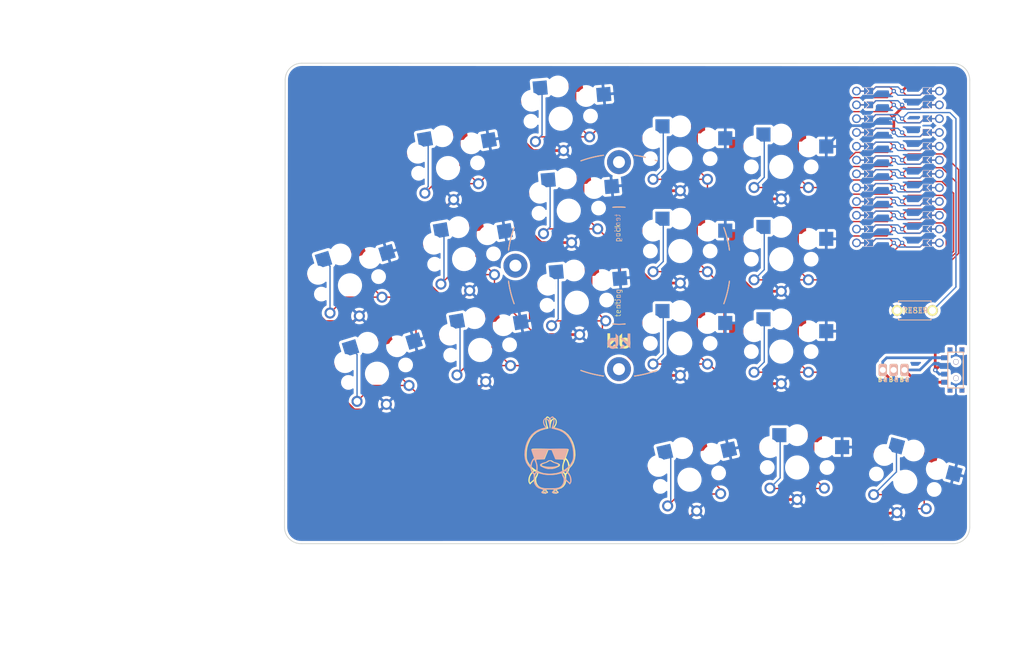
<source format=kicad_pcb>
(kicad_pcb (version 20211014) (generator pcbnew)
  (title_block (title "board") (rev "v1.0.0") (company "Unknown"))
  (layers (0 "F.Cu" signal) (31 "B.Cu" signal) (34 "B.Paste" user) (35 "F.Paste" user) (36 "B.SilkS" user "B.Silkscreen") (37 "F.SilkS" user "F.Silkscreen") (38 "B.Mask" user) (39 "F.Mask" user) (44 "Edge.Cuts" user))
  (net 0 "")
  (net 1 "P6")
  (net 2 "GND")
  (net 3 "P5")
  (net 4 "P4")
  (net 5 "P3")
  (net 6 "P2")
  (net 7 "P0")
  (net 8 "P1")
  (net 9 "P18")
  (net 10 "P15")
  (net 11 "P14")
  (net 12 "P16")
  (net 13 "P10")
  (net 14 "P19")
  (net 15 "P20")
  (net 16 "P21")
  (net 17 "P7")
  (net 18 "P8")
  (net 19 "P9")
  (net 20 "RAW")
  (net 21 "RST")
  (net 22 "VCC")
  (net 23 "Braw")
  (footprint "E73:SPDT_C128955" (layer "F.Cu") (at 166.116 -67.782 -90)
    (fp_text reference "T1" hide)
    (fp_text value "" hide)
  )
  (footprint "lib:bat" (layer "F.Cu") (at 154.654 -67.794)
    (fp_text reference "PAD1" hide)
    (fp_text value "" hide)
  )
  (footprint "kbd:ResetSW" (layer "F.Cu") (at 158.548 -78.74)
    (fp_text reference "B1" hide)
    (fp_text value "")
  )
  (footprint "Alaa:key" (layer "F.Cu") (at 72.700438 -104.95283 10)
    (fp_text reference "S11" hide)
    (fp_text value "" hide)
  )
  (footprint "Alaa:key" (layer "F.Cu") (at 94.905133 -97.114167 5)
    (fp_text reference "S15" hide)
    (fp_text value "" hide)
  )
  (footprint "Alaa:key" (layer "F.Cu") (at 115.411087 -89.686017)
    (fp_text reference "S21" hide)
    (fp_text value "" hide)
  )
  (footprint "Alaa:key" (layer "F.Cu") (at 133.985 -105.178)
    (fp_text reference "S29" hide)
    (fp_text value "" hide)
  )
  (footprint "LOGO" (layer "F.Cu") (at 91.44 -50.8)
    (fp_text reference "G***" hide)
    (fp_text value "LOGO" hide)
  )
  (footprint "Alaa:key" (layer "F.Cu") (at 156.799293 -47.222998 -15)
    (fp_text reference "S33" hide)
    (fp_text value "" hide)
  )
  (footprint "Alaa:key" (layer "F.Cu") (at 78.604476 -71.469366 10)
    (fp_text reference "S7" hide)
    (fp_text value "" hide)
  )
  (footprint "E73:SPDT_C128955" (layer "F.Cu") (at 166.116 -67.782 -90)
    (fp_text reference "T2" hide)
    (fp_text value "" hide)
  )
  (footprint "Alaa:key" (layer "F.Cu") (at 117.106098 -47.597219 13)
    (fp_text reference "S1" hide)
    (fp_text value "" hide)
  )
  (footprint "Alaa:key" (layer "F.Cu") (at 54.663006 -83.366197 17)
    (fp_text reference "S5" hide)
    (fp_text value "" hide)
  )
  (footprint "Alaa:key" (layer "F.Cu") (at 133.985 -88.178)
    (fp_text reference "S27" hide)
    (fp_text value "" hide)
  )
  (footprint "Alaa:key" (layer "F.Cu") (at 75.652457 -88.211098 10)
    (fp_text reference "S9" hide)
    (fp_text value "" hide)
  )
  (footprint "Alaa:key" (layer "F.Cu") (at 96.386781 -80.178857 5)
    (fp_text reference "S13" hide)
    (fp_text value "" hide)
  )
  (footprint "Alaa:key" (layer "F.Cu") (at 93.423486 -114.049477 5)
    (fp_text reference "S17" hide)
    (fp_text value "" hide)
  )
  (footprint "kbd:Tenting_Puck2" (layer "F.Cu") (at 104.14 -86.995)
    (fp_text reference "REF**")
    (fp_text value "Tenting Puck")
  )
  (footprint "Alaa:key" (layer "F.Cu") (at 136.905999 -49.842001)
    (fp_text reference "S31" hide)
    (fp_text value "" hide)
  )
  (footprint "Alaa:key" (layer "F.Cu") (at 59.633325 -67.109016 17)
    (fp_text reference "S3" hide)
    (fp_text value "" hide)
  )
  (footprint "ProMicro" (layer "F.Cu") (at 155.448 -105.156 -90)
    (fp_text reference "")
    (fp_text value "")
  )
  (footprint "Alaa:key" (layer "F.Cu") (at 115.411087 -106.686017)
    (fp_text reference "S23" hide)
    (fp_text value "" hide)
  )
  (footprint "Alaa:key" (layer "F.Cu") (at 133.985 -71.178)
    (fp_text reference "S25" hide)
    (fp_text value "" hide)
  )
  (footprint "Alaa:key" (layer "F.Cu") (at 115.411087 -72.686017)
    (fp_text reference "S19" hide)
    (fp_text value "" hide)
  )
  (footprint "LOGO" (layer "B.Cu") (at 91.44 -50.8 180)
    (fp_text reference "G***" hide)
    (fp_text value "LOGO" hide)
  )
  (gr_line (start 165.609677 -124.205865) (end 45.794909 -124.25784) (layer "Edge.Cuts") (width 0.15))
  (gr_line (start 42.61741 -38.860322) (end 42.746909 -121.20984) (layer "Edge.Cuts") (width 0.15))
  (gr_arc (start 42.746909 -121.20984) (mid 43.639648 -123.365101) (end 45.794909 -124.25784) (layer "Edge.Cuts") (width 0.15))
  (gr_arc (start 168.656 -38.862) (mid 167.763261 -36.706739) (end 165.608 -35.814) (layer "Edge.Cuts") (width 0.15))
  (gr_arc (start 165.609677 -124.205865) (mid 167.764938 -123.313126) (end 168.657677 -121.157865) (layer "Edge.Cuts") (width 0.15))
  (gr_line (start 168.656 -38.862) (end 168.657677 -121.157865) (layer "Edge.Cuts") (width 0.15))
  (gr_line (start 165.608 -35.814) (end 45.66541 -35.812322) (layer "Edge.Cuts") (width 0.15))
  (gr_arc (start 45.66541 -35.812322) (mid 43.510149 -36.705061) (end 42.61741 -38.860322) (layer "Edge.Cuts") (width 0.15))
  (segment (start 123.444 -66.802) (end 123.444 -82.853104) (width 0.25) (layer "F.Cu") (net 1))
  (segment (start 118.536566 -87.760538) (end 120.411087 -85.886017) (width 0.25) (layer "F.Cu") (net 1))
  (segment (start 153.561489 -97.681489) (end 146.703489 -97.681489) (width 0.25) (layer "F.Cu") (net 1))
  (segment (start 110.411087 -85.886017) (end 120.411087 -85.886017) (width 0.25) (layer "F.Cu") (net 1))
  (segment (start 146.703489 -97.681489) (end 145.40496 -96.38296) (width 0.25) (layer "F.Cu") (net 1))
  (segment (start 145.40496 -96.38296) (end 145.40496 -70.093242) (width 0.25) (layer "F.Cu") (net 1))
  (segment (start 127.508 -62.738) (end 123.444 -66.802) (width 0.25) (layer "F.Cu") (net 1))
  (segment (start 138.049717 -62.738) (end 127.508 -62.738) (width 0.25) (layer "F.Cu") (net 1))
  (segment (start 118.536566 -95.486496) (end 118.536566 -87.760538) (width 0.25) (layer "F.Cu") (net 1))
  (segment (start 118.686087 -95.636017) (end 118.536566 -95.486496) (width 0.25) (layer "F.Cu") (net 1))
  (segment (start 154.686 -98.806) (end 153.561489 -97.681489) (width 0.25) (layer "F.Cu") (net 1))
  (segment (start 145.141637 -69.82992) (end 138.049717 -62.738) (width 0.25) (layer "F.Cu") (net 1))
  (segment (start 145.40496 -70.093242) (end 145.141637 -69.82992) (width 0.25) (layer "F.Cu") (net 1))
  (segment (start 123.444 -82.853104) (end 120.411087 -85.886017) (width 0.25) (layer "F.Cu") (net 1))
  (segment (start 112.285608 -96.029475) (end 112.285608 -87.760538) (width 0.25) (layer "B.Cu") (net 1))
  (segment (start 112.285608 -87.760538) (end 110.411087 -85.886017) (width 0.25) (layer "B.Cu") (net 1))
  (segment (start 55.452647 -60.450819) (end 50.623509 -65.279957) (width 0.5) (layer "F.Cu") (net 2))
  (segment (start 88.357387 -108.171928) (end 84.853141 -111.676174) (width 0.5) (layer "F.Cu") (net 2))
  (segment (start 72.708963 -98.126465) (end 73.724962 -99.142464) (width 0.5) (layer "F.Cu") (net 2))
  (segment (start 154.686 -114.554) (end 156.21 -116.078) (width 0.5) (layer "F.Cu") (net 2))
  (segment (start 154.686 -111.506) (end 154.686 -114.046) (width 0.5) (layer "F.Cu") (net 2))
  (segment (start 112.268 -40.64) (end 107.965808 -44.942192) (width 0.5) (layer "F.Cu") (net 2))
  (segment (start 50.133217 -76.708) (end 45.653189 -81.188028) (width 0.5) (layer "F.Cu") (net 2))
  (segment (start 55.372 -76.708) (end 50.133217 -76.708) (width 0.5) (layer "F.Cu") (net 2))
  (segment (start 125.71 -85.580453) (end 125.71 -91.928) (width 0.5) (layer "F.Cu") (net 2))
  (segment (start 148.606015 -43.51503) (end 148.104618 -50.685347) (width 0.5) (layer "F.Cu") (net 2))
  (segment (start 56.387999 -77.723999) (end 55.372 -76.708) (width 0.5) (layer "F.Cu") (net 2))
  (segment (start 66.962547 -98.126465) (end 72.708963 -98.126465) (width 0.5) (layer "F.Cu") (net 2))
  (segment (start 63.899972 -107.20892) (end 63.98708 -107.20892) (width 0.5) (layer "F.Cu") (net 2))
  (segment (start 133.985 -82.278) (end 129.012453 -82.278) (width 0.5) (layer "F.Cu") (net 2))
  (segment (start 110.02323 -66.786017) (end 108.15356 -68.655687) (width 0.5) (layer "F.Cu") (net 2))
  (segment (start 115.411087 -66.786017) (end 110.02323 -66.786017) (width 0.5) (layer "F.Cu") (net 2))
  (segment (start 78.721517 -64.751517) (end 72.569226 -64.751517) (width 0.5) (layer "F.Cu") (net 2))
  (segment (start 84.853141 -111.676174) (end 84.853141 -117.063993) (width 0.5) (layer "F.Cu") (net 2))
  (segment (start 71.393358 -81.384733) (end 66.851992 -85.926099) (width 0.5) (layer "F.Cu") (net 2))
  (segment (start 117.348913 -40.905784) (end 117.083129 -40.64) (width 0.5) (layer "F.Cu") (net 2))
  (segment (start 61.358318 -61.466818) (end 60.342319 -60.450819) (width 0.5) (layer "F.Cu") (net 2))
  (segment (start 107.965808 -44.942192) (end 107.965808 -46.04599) (width 0.5) (layer "F.Cu") (net 2))
  (segment (start 93.937705 -108.171928) (end 88.357387 -108.171928) (width 0.5) (layer "F.Cu") (net 2))
  (segment (start 64.008 -101.081012) (end 66.962547 -98.126465) (width 0.5) (layer "F.Cu") (net 2))
  (segment (start 154.686 -114.046) (end 154.686 -114.554) (width 0.5) (layer "F.Cu") (net 2))
  (segment (start 90.798692 -74.301308) (end 87.816436 -77.283564) (width 0.5) (layer "F.Cu") (net 2))
  (segment (start 45.653189 -81.188028) (end 45.653189 -84.532964) (width 0.5) (layer "F.Cu") (net 2))
  (segment (start 130.919444 -43.942) (end 127.880444 -46.981) (width 0.5) (layer "F.Cu") (net 2))
  (segment (start 107.136087 -103.216201) (end 107.136087 -110.436017) (width 0.5) (layer "F.Cu") (net 2))
  (segment (start 87.816436 -77.283564) (end 87.816436 -83.193373) (width 0.5) (layer "F.Cu") (net 2))
  (segment (start 115.411087 -100.786017) (end 109.566271 -100.786017) (width 0.5) (layer "F.Cu") (net 2))
  (segment (start 110.43854 -83.786017) (end 107.136087 -87.08847) (width 0.5) (layer "F.Cu") (net 2))
  (segment (start 129.012453 -82.278) (end 125.71 -85.580453) (width 0.5) (layer "F.Cu") (net 2))
  (segment (start 115.411087 -83.786017) (end 110.43854 -83.786017) (width 0.5) (layer "F.Cu") (net 2))
  (segment (start 125.71 -68.092) (end 125.71 -74.928) (width 0.5) (layer "F.Cu") (net 2))
  (segment (start 63.98708 -107.20892) (end 64.008 -107.188) (width 0.5) (layer "F.Cu") (net 2))
  (segment (start 133.985 -99.278) (end 128.052 -99.278) (width 0.5) (layer "F.Cu") (net 2))
  (segment (start 86.334788 -94.740864) (end 86.334788 -100.128683) (width 0.5) (layer "F.Cu") (net 2))
  (segment (start 107.136087 -87.08847) (end 107.136087 -93.436017) (width 0.5) (layer "F.Cu") (net 2))
  (segment (start 117.083129 -40.64) (end 112.268 -40.64) (width 0.5) (layer "F.Cu") (net 2))
  (segment (start 128.524 -65.278) (end 125.71 -68.092) (width 0.5) (layer "F.Cu") (net 2))
  (segment (start 109.566271 -100.786017) (end 107.136087 -103.216201) (width 0.5) (layer "F.Cu") (net 2))
  (segment (start 155.27226 -41.524036) (end 151.222187 -41.240826) (width 0.5) (layer "F.Cu") (net 2))
  (segment (start 108.15356 -68.655687) (end 108.15356 -75.418544) (width 0.5) (layer "F.Cu") (net 2))
  (segment (start 96.901 -74.301308) (end 90.798692 -74.301308) (width 0.5) (layer "F.Cu") (net 2))
  (segment (start 125.71 -101.62) (end 125.71 -108.928) (width 0.5) (layer "F.Cu") (net 2))
  (segment (start 151.222187 -41.240826) (end 148.606015 -43.51503) (width 0.5) (layer "F.Cu") (net 2))
  (segment (start 148.104618 -50.685347) (end 149.776829 -52.986947) (width 0.5) (layer "F.Cu") (net 2))
  (segment (start 128.052 -99.278) (end 125.71 -101.62) (width 0.5) (layer "F.Cu") (net 2))
  (segment (start 60.342319 -60.450819) (end 55.452647 -60.450819) (width 0.5) (layer "F.Cu") (net 2))
  (segment (start 133.985 -65.278) (end 128.524 -65.278) (width 0.5) (layer "F.Cu") (net 2))
  (segment locked (start 107.965808 -46.04599) (end 108.199618 -49.389637) (width 0.5) (layer "F.Cu") (net 2))
  (segment (start 50.623509 -65.279957) (end 50.623509 -68.275783) (width 0.5) (layer "F.Cu") (net 2))
  (segment (start 64.008 -107.188) (end 64.008 -101.081012) (width 0.5) (layer "F.Cu") (net 2))
  (segment (start 76.676981 -82.400732) (end 75.660982 -81.384733) (width 0.5) (layer "F.Cu") (net 2))
  (segment (start 95.419352 -91.236618) (end 89.839034 -91.236618) (width 0.5) (layer "F.Cu") (net 2))
  (segment (start 75.660982 -81.384733) (end 71.393358 -81.384733) (width 0.5) (layer "F.Cu") (net 2))
  (segment (start 72.569226 -64.751517) (end 69.804011 -67.516732) (width 0.5) (layer "F.Cu") (net 2))
  (segment (start 79.629 -65.659) (end 78.721517 -64.751517) (width 0.5) (layer "F.Cu") (net 2))
  (segment (start 89.839034 -91.236618) (end 86.334788 -94.740864) (width 0.5) (layer "F.Cu") (net 2))
  (segment (start 66.851992 -85.926099) (end 66.851992 -90.467188) (width 0.5) (layer "F.Cu") (net 2))
  (segment locked (start 118.433309 -41.848436) (end 117.348913 -40.905784) (width 0.5) (layer "F.Cu") (net 2))
  (segment (start 156.21 -116.078) (end 156.21 -116.586) (width 0.5) (layer "F.Cu") (net 2))
  (segment (start 127.880444 -46.981) (end 127.880444 -52.291999) (width 0.5) (layer "F.Cu") (net 2))
  (segment (start 69.804011 -67.516732) (end 69.804011 -73.725456) (width 0.5) (layer "F.Cu") (net 2))
  (segment (start 136.906 -43.942) (end 130.919444 -43.942) (width 0.5) (layer "F.Cu") (net 2))
  (segment (start 152.146 -114.046) (end 150.855511 -112.755511) (width 0.5) (layer "B.Cu") (net 2))
  (segment (start 146.087512 -112.755511) (end 142.26 -108.927999) (width 0.5) (layer "B.Cu") (net 2))
  (segment (start 150.855511 -112.755511) (end 146.087512 -112.755511) (width 0.5) (layer "B.Cu") (net 2))
  (segment (start 154.686 -114.046) (end 152.146 -114.046) (width 0.5) (layer "B.Cu") (net 2))
  (segment (start 146.634448 -100.152448) (end 144.95544 -98.47344) (width 0.25) (layer "F.Cu") (net 3))
  (segment (start 144.95544 -98.47344) (end 144.95544 -70.27944) (width 0.25) (layer "F.Cu") (net 3))
  (segment (start 153.492448 -100.152448) (end 146.634448 -100.152448) (width 0.25) (layer "F.Cu") (net 3))
  (segment (start 138.985 -67.378) (end 128.985 -67.378) (width 0.25) (layer "F.Cu") (net 3))
  (segment (start 137.110479 -76.978479) (end 137.26 -77.128) (width 0.25) (layer "F.Cu") (net 3))
  (segment (start 142.054 -67.378) (end 138.985 -67.378) (width 0.25) (layer "F.Cu") (net 3))
  (segment (start 137.110479 -69.252521) (end 137.110479 -76.978479) (width 0.25) (layer "F.Cu") (net 3))
  (segment (start 144.95544 -70.27944) (end 142.054 -67.378) (width 0.25) (layer "F.Cu") (net 3))
  (segment (start 138.985 -67.378) (end 137.110479 -69.252521) (width 0.25) (layer "F.Cu") (net 3))
  (segment (start 154.686 -101.346) (end 153.492448 -100.152448) (width 0.25) (layer "F.Cu") (net 3))
  (segment (start 130.859521 -76.978479) (end 130.859521 -69.252521) (width 0.25) (layer "B.Cu") (net 3))
  (segment (start 130.859521 -69.252521) (end 128.985 -67.378) (width 0.25) (layer "B.Cu") (net 3))
  (segment (start 130.71 -77.128) (end 130.859521 -76.978479) (width 0.25) (layer "B.Cu") (net 3))
  (segment (start 144.50592 -87.60992) (end 141.274 -84.378) (width 0.25) (layer "F.Cu") (net 4))
  (segment (start 144.50592 -101.07192) (end 144.50592 -87.60992) (width 0.25) (layer "F.Cu") (net 4))
  (segment (start 141.274 -84.378) (end 138.985 -84.378) (width 0.25) (layer "F.Cu") (net 4))
  (segment (start 137.110479 -86.252521) (end 137.110479 -93.978479) (width 0.25) (layer "F.Cu") (net 4))
  (segment (start 153.561489 -102.761489) (end 146.195489 -102.761489) (width 0.25) (layer "F.Cu") (net 4))
  (segment (start 146.195489 -102.761489) (end 144.50592 -101.07192) (width 0.25) (layer "F.Cu") (net 4))
  (segment (start 138.985 -84.378) (end 137.110479 -86.252521) (width 0.25) (layer "F.Cu") (net 4))
  (segment (start 137.110479 -93.978479) (end 137.26 -94.128) (width 0.25) (layer "F.Cu") (net 4))
  (segment (start 154.686 -103.886) (end 153.561489 -102.761489) (width 0.25) (layer "F.Cu") (net 4))
  (segment (start 128.985 -84.378) (end 138.985 -84.378) (width 0.25) (layer "F.Cu") (net 4))
  (segment (start 130.71 -94.128) (end 130.859521 -93.978479) (width 0.25) (layer "B.Cu") (net 4))
  (segment (start 130.859521 -93.978479) (end 130.859521 -86.252521) (width 0.25) (layer "B.Cu") (net 4))
  (segment (start 130.859521 -86.252521) (end 128.985 -84.378) (width 0.25) (layer "B.Cu") (net 4))
  (segment (start 118.536566 -112.486496) (end 118.536566 -104.760538) (width 0.25) (layer "F.Cu") (net 5))
  (segment (start 153.503113 -105.243113) (end 145.690531 -105.243113) (width 0.25) (layer "F.Cu") (net 5))
  (segment (start 120.411087 -102.886017) (end 110.411087 -102.886017) (width 0.25) (layer "F.Cu") (net 5))
  (segment (start 154.686 -106.426) (end 153.503113 -105.243113) (width 0.25) (layer "F.Cu") (net 5))
  (segment (start 118.686087 -112.636017) (end 118.536566 -112.486496) (width 0.25) (layer "F.Cu") (net 5))
  (segment (start 145.690531 -105.243113) (end 137.475418 -97.028) (width 0.25) (layer "F.Cu") (net 5))
  (segment (start 120.411087 -100.314913) (end 120.411087 -102.886017) (width 0.25) (layer "F.Cu") (net 5))
  (segment (start 123.698 -97.028) (end 120.411087 -100.314913) (width 0.25) (layer "F.Cu") (net 5))
  (segment (start 137.475418 -97.028) (end 123.698 -97.028) (width 0.25) (layer "F.Cu") (net 5))
  (segment (start 118.536566 -104.760538) (end 120.411087 -102.886017) (width 0.25) (layer "F.Cu") (net 5))
  (segment (start 112.285608 -104.760538) (end 110.411087 -102.886017) (width 0.25) (layer "B.Cu") (net 5))
  (segment (start 112.285608 -113.029475) (end 112.285608 -104.760538) (width 0.25) (layer "B.Cu") (net 5))
  (segment (start 137.110479 -103.252521) (end 137.110479 -110.978479) (width 0.25) (layer "F.Cu") (net 6))
  (segment (start 128.985 -101.378) (end 138.985 -101.378) (width 0.25) (layer "F.Cu") (net 6))
  (segment (start 137.110479 -110.978479) (end 137.26 -111.128) (width 0.25) (layer "F.Cu") (net 6))
  (segment (start 138.985 -101.378) (end 137.110479 -103.252521) (width 0.25) (layer "F.Cu") (net 6))
  (segment (start 154.686 -108.966) (end 153.561489 -107.841489) (width 0.25) (layer "F.Cu") (net 6))
  (segment (start 141.1897 -101.378) (end 138.985 -101.378) (width 0.25) (layer "F.Cu") (net 6))
  (segment (start 147.653189 -107.841489) (end 141.1897 -101.378) (width 0.25) (layer "F.Cu") (net 6))
  (segment (start 153.561489 -107.841489) (end 147.653189 -107.841489) (width 0.25) (layer "F.Cu") (net 6))
  (segment (start 130.859521 -103.252521) (end 128.985 -101.378) (width 0.25) (layer "B.Cu") (net 6))
  (segment (start 130.71 -111.128) (end 130.859521 -110.978479) (width 0.25) (layer "B.Cu") (net 6))
  (segment (start 130.859521 -110.978479) (end 130.859521 -103.252521) (width 0.25) (layer "B.Cu") (net 6))
  (segment (start 70.172743 -102.078801) (end 68.436262 -100.34232) (width 0.25) (layer "F.Cu") (net 7))
  (segment (start 154.686 -116.586) (end 153.44155 -115.34155) (width 0.25) (layer "F.Cu") (net 7))
  (segment (start 74.892477 -111.381134) (end 74.892477 -105.470664) (width 0.25) (layer "F.Cu") (net 7))
  (segment (start 107.21355 -115.34155) (end 97.79 -105.918) (width 0.25) (layer "F.Cu") (net 7))
  (segment (start 78.28434 -102.078801) (end 70.172743 -102.078801) (width 0.25) (layer "F.Cu") (net 7))
  (segment (start 97.79 -105.918) (end 82.123539 -105.918) (width 0.25) (layer "F.Cu") (net 7))
  (segment (start 74.892477 -105.470664) (end 78.28434 -102.078801) (width 0.25) (layer "F.Cu") (net 7))
  (segment (start 153.44155 -115.34155) (end 107.21355 -115.34155) (width 0.25) (layer "F.Cu") (net 7))
  (segment (start 82.123539 -105.918) (end 78.28434 -102.078801) (width 0.25) (layer "F.Cu") (net 7))
  (segment (start 67.847017 -110.243738) (end 69.044359 -109.046396) (width 0.25) (layer "B.Cu") (net 7))
  (segment (start 69.044359 -101.545386) (end 67.841293 -100.34232) (width 0.25) (layer "B.Cu") (net 7))
  (segment (start 69.044359 -109.046396) (end 69.044359 -101.545386) (width 0.25) (layer "B.Cu") (net 7))
  (segment (start 96.167447 -120.262271) (end 96.167447 -113.26792) (width 0.25) (layer "F.Cu") (net 8))
  (segment (start 89.645262 -110.699716) (end 88.773704 -109.828158) (width 0.25) (layer "F.Cu") (net 8))
  (segment (start 141.95307 -115.79107) (end 103.827005 -115.79107) (width 0.25) (layer "F.Cu") (net 8))
  (segment (start 153.482592 -117.922592) (end 144.084592 -117.922592) (width 0.25) (layer "F.Cu") (net 8))
  (segment (start 103.827005 -115.79107) (end 98.735651 -110.699716) (width 0.25) (layer "F.Cu") (net 8))
  (segment (start 154.686 -119.126) (end 153.482592 -117.922592) (width 0.25) (layer "F.Cu") (net 8))
  (segment (start 98.735651 -110.699716) (end 89.645262 -110.699716) (width 0.25) (layer "F.Cu") (net 8))
  (segment (start 96.167447 -113.26792) (end 98.735651 -110.699716) (width 0.25) (layer "F.Cu") (net 8))
  (segment (start 144.084592 -117.922592) (end 141.95307 -115.79107) (width 0.25) (layer "F.Cu") (net 8))
  (segment (start 89.990199 -111.044653) (end 88.773704 -109.828158) (width 0.25) (layer "B.Cu") (net 8))
  (segment (start 89.990199 -119.343573) (end 89.990199 -111.044653) (width 0.25) (layer "B.Cu") (net 8))
  (segment (start 89.642372 -119.6914) (end 89.990199 -119.343573) (width 0.25) (layer "B.Cu") (net 8))
  (segment (start 118.958701 -54.131436) (end 118.872 -54.044735) (width 0.25) (layer "F.Cu") (net 9))
  (segment (start 123.969106 -59.14184) (end 118.9587 -54.131434) (width 0.25) (layer "F.Cu") (net 9))
  (segment (start 156.21 -101.346) (end 157.334511 -102.470511) (width 0.25) (layer "F.Cu") (net 9))
  (segment (start 165.68656 -100.31774) (end 165.68656 -89.615714) (width 0.25) (layer "F.Cu") (net 9))
  (segment (start 122.771394 -44.958) (end 115.277205 -44.958) (width 0.25) (layer "F.Cu") (net 9))
  (segment (start 115.277205 -44.958) (end 113.089062 -42.769857) (width 0.25) (layer "F.Cu") (net 9))
  (segment (start 163.017406 -86.94656) (end 150.318842 -86.94656) (width 0.25) (layer "F.Cu") (net 9))
  (segment (start 165.68656 -89.615714) (end 163.017406 -86.94656) (width 0.25) (layer "F.Cu") (net 9))
  (segment (start 163.533789 -102.470511) (end 165.68656 -100.31774) (width 0.25) (layer "F.Cu") (net 9))
  (segment (start 149.00112 -85.628838) (end 149.00112 -68.603667) (width 0.25) (layer "F.Cu") (net 9))
  (segment (start 122.832762 -45.823238) (end 122.832762 -45.019368) (width 0.25) (layer "F.Cu") (net 9))
  (segment (start 150.318842 -86.94656) (end 149.00112 -85.628838) (width 0.25) (layer "F.Cu") (net 9))
  (segment (start 122.832762 -45.019368) (end 122.771394 -44.958) (width 0.25) (layer "F.Cu") (net 9))
  (segment (start 139.539293 -59.14184) (end 123.969106 -59.14184) (width 0.25) (layer "F.Cu") (net 9))
  (segment (start 149.00112 -68.603667) (end 139.539293 -59.14184) (width 0.25) (layer "F.Cu") (net 9))
  (segment (start 118.872 -54.044735) (end 118.872 -49.784) (width 0.25) (layer "F.Cu") (net 9))
  (segment (start 157.334511 -102.470511) (end 163.533789 -102.470511) (width 0.25) (layer "F.Cu") (net 9))
  (segment (start 118.872 -49.784) (end 122.832762 -45.823238) (width 0.25) (layer "F.Cu") (net 9))
  (segment (start 112.576576 -52.658006) (end 113.660523 -51.574059) (width 0.25) (layer "B.Cu") (net 9))
  (segment (start 113.660523 -51.574059) (end 113.660523 -43.341318) (width 0.25) (layer "B.Cu") (net 9))
  (segment (start 113.660523 -43.341318) (end 113.089062 -42.769857) (width 0.25) (layer "B.Cu") (net 9))
  (segment (start 162.831208 -87.39608) (end 150.132644 -87.39608) (width 0.25) (layer "F.Cu") (net 10))
  (segment (start 148.5516 -85.815036) (end 148.5516 -68.789864) (width 0.25) (layer "F.Cu") (net 10))
  (segment (start 61.025611 -69.437166) (end 65.525861 -64.936916) (width 0.25) (layer "F.Cu") (net 10))
  (segment (start 113.226804 -59.59136) (end 109.592244 -63.22592) (width 0.25) (layer "F.Cu") (net 10))
  (segment (start 163.721489 -99.930511) (end 165.23704 -98.41496) (width 0.25) (layer "F.Cu") (net 10))
  (segment (start 148.5516 -68.789864) (end 139.353096 -59.59136) (width 0.25) (layer "F.Cu") (net 10))
  (segment (start 165.23704 -89.801912) (end 162.831208 -87.39608) (width 0.25) (layer "F.Cu") (net 10))
  (segment (start 165.23704 -98.41496) (end 165.23704 -89.801912) (width 0.25) (layer "F.Cu") (net 10))
  (segment (start 156.21 -98.806) (end 157.334511 -99.930511) (width 0.25) (layer "F.Cu") (net 10))
  (segment (start 65.525861 -64.936916) (end 58.886531 -64.936916) (width 0.25) (layer "F.Cu") (net 10))
  (segment (start 139.353096 -59.59136) (end 113.226804 -59.59136) (width 0.25) (layer "F.Cu") (net 10))
  (segment (start 157.334511 -99.930511) (end 163.721489 -99.930511) (width 0.25) (layer "F.Cu") (net 10))
  (segment (start 58.886531 -64.936916) (end 55.962814 -62.013199) (width 0.25) (layer "F.Cu") (net 10))
  (segment (start 109.592244 -63.22592) (end 67.236857 -63.22592) (width 0.25) (layer "F.Cu") (net 10))
  (segment (start 67.236857 -63.22592) (end 65.525861 -64.936916) (width 0.25) (layer "F.Cu") (net 10))
  (segment (start 150.132644 -87.39608) (end 148.5516 -85.815036) (width 0.25) (layer "F.Cu") (net 10))
  (segment (start 61.025611 -73.756547) (end 61.025611 -69.437166) (width 0.25) (layer "F.Cu") (net 10))
  (segment (start 55.962814 -62.013199) (end 55.962814 -70.640512) (width 0.25) (layer "B.Cu") (net 10))
  (segment (start 55.962814 -70.640512) (end 54.761814 -71.841512) (width 0.25) (layer "B.Cu") (net 10))
  (segment (start 71.96056 -63.67544) (end 66.802 -68.834) (width 0.25) (layer "F.Cu") (net 11))
  (segment (start 60.555542 -81.194097) (end 53.916212 -81.194097) (width 0.25) (layer "F.Cu") (net 11))
  (segment (start 56.055292 -90.013728) (end 56.055292 -85.694347) (width 0.25) (layer "F.Cu") (net 11))
  (segment (start 66.802 -76.708) (end 62.315903 -81.194097) (width 0.25) (layer "F.Cu") (net 11))
  (segment (start 53.916212 -81.194097) (end 50.992495 -78.27038) (width 0.25) (layer "F.Cu") (net 11))
  (segment (start 56.055292 -85.694347) (end 60.555542 -81.194097) (width 0.25) (layer "F.Cu") (net 11))
  (segment (start 62.315903 -81.194097) (end 60.555542 -81.194097) (width 0.25) (layer "F.Cu") (net 11))
  (segment (start 148.10208 -79.999243) (end 148.102078 -68.976054) (width 0.25) (layer "F.Cu") (net 11))
  (segment (start 113.413002 -60.04088) (end 109.778442 -63.67544) (width 0.25) (layer "F.Cu") (net 11))
  (segment (start 148.10208 -86.001234) (end 148.10208 -79.999243) (width 0.25) (layer "F.Cu") (net 11))
  (segment (start 149.946446 -87.8456) (end 148.10208 -86.001234) (width 0.25) (layer "F.Cu") (net 11))
  (segment (start 148.102078 -68.976054) (end 139.166899 -60.04088) (width 0.25) (layer "F.Cu") (net 11))
  (segment (start 157.334511 -97.390511) (end 163.721489 -97.390511) (width 0.25) (layer "F.Cu") (net 11))
  (segment (start 139.166899 -60.04088) (end 113.413002 -60.04088) (width 0.25) (layer "F.Cu") (net 11))
  (segment (start 156.21 -96.266) (end 157.334511 -97.390511) (width 0.25) (layer "F.Cu") (net 11))
  (segment (start 109.778442 -63.67544) (end 71.96056 -63.67544) (width 0.25) (layer "F.Cu") (net 11))
  (segment (start 163.721489 -97.390511) (end 164.78752 -96.32448) (width 0.25) (layer "F.Cu") (net 11))
  (segment (start 164.78752 -89.98811) (end 162.64501 -87.8456) (width 0.25) (layer "F.Cu") (net 11))
  (segment (start 66.802 -68.834) (end 66.802 -76.708) (width 0.25) (layer "F.Cu") (net 11))
  (segment (start 164.78752 -96.32448) (end 164.78752 -89.98811) (width 0.25) (layer "F.Cu") (net 11))
  (segment (start 162.64501 -87.8456) (end 149.946446 -87.8456) (width 0.25) (layer "F.Cu") (net 11))
  (segment (start 50.992495 -86.897693) (end 49.791495 -88.098693) (width 0.25) (layer "B.Cu") (net 11))
  (segment (start 50.992495 -78.27038) (end 50.992495 -86.897693) (width 0.25) (layer "B.Cu") (net 11))
  (segment (start 147.65256 -80.18544) (end 147.652558 -69.162252) (width 0.25) (layer "F.Cu") (net 12))
  (segment (start 149.760248 -88.29512) (end 147.65256 -86.187431) (width 0.25) (layer "F.Cu") (net 12))
  (segment (start 147.65256 -86.187431) (end 147.65256 -80.18544) (width 0.25) (layer "F.Cu") (net 12))
  (segment (start 80.796515 -71.9872) (end 84.188378 -68.595337) (width 0.25) (layer "F.Cu") (net 12))
  (segment (start 147.652558 -69.162252) (end 138.980702 -60.4904) (width 0.25) (layer "F.Cu") (net 12))
  (segment (start 113.599199 -60.4904) (end 109.964639 -64.12496) (width 0.25) (layer "F.Cu") (net 12))
  (segment (start 164.338 -94.234) (end 164.338 -90.174308) (width 0.25) (layer "F.Cu") (net 12))
  (segment (start 162.458812 -88.29512) (end 149.760248 -88.29512) (width 0.25) (layer "F.Cu") (net 12))
  (segment (start 84.188378 -68.595337) (end 76.076781 -68.595337) (width 0.25) (layer "F.Cu") (net 12))
  (segment (start 109.964639 -64.12496) (end 98.307322 -64.12496) (width 0.25) (layer "F.Cu") (net 12))
  (segment (start 93.836945 -68.595337) (end 84.188378 -68.595337) (width 0.25) (layer "F.Cu") (net 12))
  (segment (start 80.796515 -77.89767) (end 80.796515 -71.9872) (width 0.25) (layer "F.Cu") (net 12))
  (segment (start 76.076781 -68.595337) (end 74.3403 -66.858856) (width 0.25) (layer "F.Cu") (net 12))
  (segment (start 98.307322 -64.12496) (end 93.836945 -68.595337) (width 0.25) (layer "F.Cu") (net 12))
  (segment (start 157.334511 -94.850511) (end 163.721489 -94.850511) (width 0.25) (layer "F.Cu") (net 12))
  (segment (start 163.721489 -94.850511) (end 164.338 -94.234) (width 0.25) (layer "F.Cu") (net 12))
  (segment (start 138.980702 -60.4904) (end 113.599199 -60.4904) (width 0.25) (layer "F.Cu") (net 12))
  (segment (start 164.338 -90.174308) (end 162.458812 -88.29512) (width 0.25) (layer "F.Cu") (net 12))
  (segment (start 156.21 -93.726) (end 157.334511 -94.850511) (width 0.25) (layer "F.Cu") (net 12))
  (segment (start 74.346024 -76.760274) (end 74.903778 -76.20252) (width 0.25) (layer "B.Cu") (net 12))
  (segment (start 74.903778 -76.20252) (end 74.903778 -67.422334) (width 0.25) (layer "B.Cu") (net 12))
  (segment (start 77.844496 -88.728932) (end 81.236359 -85.337069) (width 0.25) (layer "F.Cu") (net 13))
  (segment (start 77.844496 -94.639402) (end 77.844496 -88.728932) (width 0.25) (layer "F.Cu") (net 13))
  (segment (start 156.21 -91.186) (end 153.76864 -88.74464) (width 0.25) (layer "F.Cu") (net 13))
  (segment (start 147.203039 -69.34845) (end 146.939716 -69.085128) (width 0.25) (layer "F.Cu") (net 13))
  (segment (start 113.785397 -60.93992) (end 110.150837 -64.57448) (width 0.25) (layer "F.Cu") (net 13))
  (segment (start 81.236359 -85.337069) (end 73.124762 -85.337069) (width 0.25) (layer "F.Cu") (net 13))
  (segment (start 146.939716 -69.085128) (end 138.794505 -60.93992) (width 0.25) (layer "F.Cu") (net 13))
  (segment (start 147.20304 -86.373628) (end 147.203039 -69.34845) (width 0.25) (layer "F.Cu") (net 13))
  (segment (start 110.150837 -64.57448) (end 98.49352 -64.57448) (width 0.25) (layer "F.Cu") (net 13))
  (segment (start 153.76864 -88.74464) (end 149.574052 -88.74464) (width 0.25) (layer "F.Cu") (net 13))
  (segment (start 98.49352 -64.57448) (end 81.236359 -81.831641) (width 0.25) (layer "F.Cu") (net 13))
  (segment (start 138.794505 -60.93992) (end 113.785397 -60.93992) (width 0.25) (layer "F.Cu") (net 13))
  (segment (start 73.124762 -85.337069) (end 71.388281 -83.600588) (width 0.25) (layer "F.Cu") (net 13))
  (segment (start 149.574052 -88.74464) (end 147.20304 -86.373628) (width 0.25) (layer "F.Cu") (net 13))
  (segment (start 81.236359 -81.831641) (end 81.236359 -85.337069) (width 0.25) (layer "F.Cu") (net 13))
  (segment (start 71.951759 -84.164066) (end 71.388281 -83.600588) (width 0.25) (layer "B.Cu") (net 13))
  (segment (start 71.951759 -92.944252) (end 71.951759 -84.164066) (width 0.25) (layer "B.Cu") (net 13))
  (segment (start 71.394005 -93.502006) (end 71.951759 -92.944252) (width 0.25) (layer "B.Cu") (net 13))
  (segment (start 157.334511 -105.010511) (end 163.533789 -105.010511) (width 0.25) (layer "F.Cu") (net 14))
  (segment (start 139.954 -55.565002) (end 139.954 -47.994) (width 0.25) (layer "F.Cu") (net 14))
  (segment (start 163.203604 -86.49704) (end 150.50504 -86.49704) (width 0.25) (layer "F.Cu") (net 14))
  (segment (start 150.50504 -86.49704) (end 149.45064 -85.44264) (width 0.25) (layer "F.Cu") (net 14))
  (segment (start 140.180998 -55.792) (end 139.954 -55.565002) (width 0.25) (layer "F.Cu") (net 14))
  (segment (start 156.21 -103.886) (end 157.334511 -105.010511) (width 0.25) (layer "F.Cu") (net 14))
  (segment (start 139.954 -58.920827) (end 139.954 -56.018998) (width 0.25) (layer "F.Cu") (net 14))
  (segment (start 163.533789 -105.010511) (end 166.13608 -102.40822) (width 0.25) (layer "F.Cu") (net 14))
  (segment (start 141.905999 -46.042001) (end 141.838935 -45.974937) (width 0.25) (layer "F.Cu") (net 14))
  (segment (start 149.45064 -68.417469) (end 139.954 -58.920827) (width 0.25) (layer "F.Cu") (net 14))
  (segment (start 149.45064 -85.44264) (end 149.45064 -68.417469) (width 0.25) (layer "F.Cu") (net 14))
  (segment (start 131.973062 -45.974937) (end 131.905999 -46.042) (width 0.25) (layer "F.Cu") (net 14))
  (segment (start 166.13608 -102.40822) (end 166.13608 -89.429516) (width 0.25) (layer "F.Cu") (net 14))
  (segment (start 139.954 -47.994) (end 141.905999 -46.042001) (width 0.25) (layer "F.Cu") (net 14))
  (segment (start 139.954 -56.018998) (end 140.180998 -55.792) (width 0.25) (layer "F.Cu") (net 14))
  (segment (start 141.838935 -45.974937) (end 131.973062 -45.974937) (width 0.25) (layer "F.Cu") (net 14))
  (segment (start 166.13608 -89.429516) (end 163.203604 -86.49704) (width 0.25) (layer "F.Cu") (net 14))
  (segment (start 133.630998 -55.792001) (end 133.78052 -55.642479) (width 0.25) (layer "B.Cu") (net 14))
  (segment (start 133.78052 -47.916522) (end 131.905999 -46.042001) (width 0.25) (layer "B.Cu") (net 14))
  (segment (start 133.78052 -55.642479) (end 133.78052 -47.916522) (width 0.25) (layer "B.Cu") (net 14))
  (segment (start 160.274 -50.893952) (end 160.274 -42.629795) (width 0.25) (layer "F.Cu") (net 15))
  (segment (start 150.368 -58.674) (end 160.782 -58.674) (width 0.25) (layer "F.Cu") (net 15))
  (segment (start 166.5856 -104.6864) (end 166.5856 -89.243318) (width 0.25) (layer "F.Cu") (net 15))
  (segment (start 163.389802 -86.04752) (end 150.691238 -86.04752) (width 0.25) (layer "F.Cu") (net 15))
  (segment (start 150.691238 -86.04752) (end 149.90016 -85.256442) (width 0.25) (layer "F.Cu") (net 15))
  (segment (start 149.90016 -59.14184) (end 150.368 -58.674) (width 0.25) (layer "F.Cu") (net 15))
  (segment (start 156.21 -106.426) (end 157.334511 -107.550511) (width 0.25) (layer "F.Cu") (net 15))
  (segment (start 161.502672 -57.953328) (end 161.502672 -52.122624) (width 0.25) (layer "F.Cu") (net 15))
  (segment (start 157.334511 -107.550511) (end 163.721489 -107.550511) (width 0.25) (layer "F.Cu") (net 15))
  (segment (start 157.385615 -42.258385) (end 154.797425 -44.846575) (width 0.25) (layer "F.Cu") (net 15))
  (segment (start 149.90016 -85.256442) (end 149.90016 -59.14184) (width 0.25) (layer "F.Cu") (net 15))
  (segment (start 161.502673 -52.122625) (end 160.274 -50.893952) (width 0.25) (layer "F.Cu") (net 15))
  (segment (start 160.64541 -42.258385) (end 157.385615 -42.258385) (width 0.25) (layer "F.Cu") (net 15))
  (segment (start 160.782 -58.674) (end 161.502672 -57.953328) (width 0.25) (layer "F.Cu") (net 15))
  (segment (start 163.721489 -107.550511) (end 166.5856 -104.6864) (width 0.25) (layer "F.Cu") (net 15))
  (segment (start 160.274 -42.629795) (end 160.64541 -42.258385) (width 0.25) (layer "F.Cu") (net 15))
  (segment (start 154.797425 -44.846575) (end 150.986152 -44.846575) (width 0.25) (layer "F.Cu") (net 15))
  (segment (start 166.5856 -89.243318) (end 163.389802 -86.04752) (width 0.25) (layer "F.Cu") (net 15))
  (segment (start 155.175858 -49.036282) (end 150.986151 -44.846575) (width 0.25) (layer "B.Cu") (net 15))
  (segment (start 155.175858 -53.817889) (end 155.175858 -49.036282) (width 0.25) (layer "B.Cu") (net 15))
  (segment (start 154.686 -96.266) (end 153.529569 -95.109569) (width 0.25) (layer "F.Cu") (net 17))
  (segment (start 118.536566 -78.486496) (end 118.536566 -70.760538) (width 0.25) (layer "F.Cu") (net 17))
  (segment (start 153.529569 -95.109569) (end 147.029986 -95.109569) (width 0.25) (layer "F.Cu") (net 17))
  (segment (start 120.724265 -68.886017) (end 120.411087 -68.886017) (width 0.25) (layer "F.Cu") (net 17))
  (segment (start 138.235914 -62.28848) (end 127.321802 -62.28848) (width 0.25) (layer "F.Cu") (net 17))
  (segment (start 145.854479 -69.907044) (end 138.235914 -62.28848) (width 0.25) (layer "F.Cu") (net 17))
  (segment (start 127.321802 -62.28848) (end 120.724265 -68.886017) (width 0.25) (layer "F.Cu") (net 17))
  (segment (start 145.85448 -93.934063) (end 145.854479 -69.907044) (width 0.25) (layer "F.Cu") (net 17))
  (segment (start 118.536566 -70.760538) (end 120.411087 -68.886017) (width 0.25) (layer "F.Cu") (net 17))
  (segment (start 118.686087 -78.636017) (end 118.536566 -78.486496) (width 0.25) (layer "F.Cu") (net 17))
  (segment (start 147.029986 -95.109569) (end 145.85448 -93.934063) (width 0.25) (layer "F.Cu") (net 17))
  (segment (start 120.411087 -68.886017) (end 110.411087 -68.886017) (width 0.25) (layer "F.Cu") (net 17))
  (segment (start 112.285608 -79.029475) (end 112.285608 -70.760538) (width 0.25) (layer "B.Cu") (net 17))
  (segment (start 112.285608 -70.760538) (end 110.411087 -68.886017) (width 0.25) (layer "B.Cu") (net 17))
  (segment (start 146.812 -92.456) (end 146.304 -91.948) (width 0.25) (layer "F.Cu") (net 18))
  (segment (start 100.217298 -93.764406) (end 91.126909 -93.764406) (width 0.25) (layer "F.Cu") (net 18))
  (segment (start 154.686 -93.726) (end 153.416 -92.456) (width 0.25) (layer "F.Cu") (net 18))
  (segment (start 146.303999 -69.720846) (end 138.422111 -61.83896) (width 0.25) (layer "F.Cu") (net 18))
  (segment (start 97.649094 -96.33261) (end 100.217298 -93.764406) (width 0.25) (layer "F.Cu") (net 18))
  (segment (start 100.291594 -93.764406) (end 100.217298 -93.764406) (width 0.25) (layer "F.Cu") (net 18))
  (segment (start 114.157793 -61.83896) (end 104.394 -71.602753) (width 0.25) (layer "F.Cu") (net 18))
  (segment (start 104.394 -71.602753) (end 104.394 -89.662) (width 0.25) (layer "F.Cu") (net 18))
  (segment (start 138.422111 -61.83896) (end 114.157793 -61.83896) (width 0.25) (layer "F.Cu") (net 18))
  (segment (start 146.304 -91.948) (end 146.303999 -69.720846) (width 0.25) (layer "F.Cu") (net 18))
  (segment (start 97.649094 -103.326961) (end 97.649094 -96.33261) (width 0.25) (layer "F.Cu") (net 18))
  (segment (start 104.394 -89.662) (end 100.291594 -93.764406) (width 0.25) (layer "F.Cu") (net 18))
  (segment (start 91.126909 -93.764406) (end 90.255351 -92.892848) (width 0.25) (layer "F.Cu") (net 18))
  (segment (start 153.416 -92.456) (end 146.812 -92.456) (width 0.25) (layer "F.Cu") (net 18))
  (segment (start 91.471847 -102.408261) (end 91.471847 -94.109344) (width 0.25) (layer "B.Cu") (net 18))
  (segment (start 91.124018 -102.75609) (end 91.471847 -102.408261) (width 0.25) (layer "B.Cu") (net 18))
  (segment (start 91.471847 -94.109344) (end 90.255351 -92.892848) (width 0.25) (layer "B.Cu") (net 18))
  (segment (start 152.69416 -89.19416) (end 149.387855 -89.19416) (width 0.25) (layer "F.Cu") (net 19))
  (segment (start 92.608557 -76.829096) (end 91.736999 -75.957538) (width 0.25) (layer "F.Cu") (net 19))
  (segment (start 110.337035 -65.024) (end 102.87 -65.024) (width 0.25) (layer "F.Cu") (net 19))
  (segment (start 101.698946 -76.829096) (end 99.130742 -79.3973) (width 0.25) (layer "F.Cu") (net 19))
  (segment (start 99.130742 -79.3973) (end 99.130742 -86.391651) (width 0.25) (layer "F.Cu") (net 19))
  (segment (start 101.092 -66.802) (end 101.092 -76.22215) (width 0.25) (layer "F.Cu") (net 19))
  (segment (start 113.971595 -61.38944) (end 110.337035 -65.024) (width 0.25) (layer "F.Cu") (net 19))
  (segment (start 102.87 -65.024) (end 101.092 -66.802) (width 0.25) (layer "F.Cu") (net 19))
  (segment (start 154.686 -91.186) (end 152.69416 -89.19416) (width 0.25) (layer "F.Cu") (net 19))
  (segment (start 146.75352 -86.559825) (end 146.753519 -69.534648) (width 0.25) (layer "F.Cu") (net 19))
  (segment (start 149.387855 -89.19416) (end 146.75352 -86.559825) (width 0.25) (layer "F.Cu") (net 19))
  (segment (start 146.753519 -69.534648) (end 138.608308 -61.38944) (width 0.25) (layer "F.Cu") (net 19))
  (segment (start 138.608308 -61.38944) (end 113.971595 -61.38944) (width 0.25) (layer "F.Cu") (net 19))
  (segment (start 101.698946 -76.829096) (end 92.608557 -76.829096) (width 0.25) (layer "F.Cu") (net 19))
  (segment (start 101.092 -76.22215) (end 101.698946 -76.829096) (width 0.25) (layer "F.Cu") (net 19))
  (segment (start 92.605667 -85.82078) (end 92.953494 -85.472953) (width 0.25) (layer "B.Cu") (net 19))
  (segment (start 92.953494 -77.174033) (end 91.736999 -75.957538) (width 0.25) (layer "B.Cu") (net 19))
  (segment (start 92.953494 -85.472953) (end 92.953494 -77.174033) (width 0.25) (layer "B.Cu") (net 19))
  (segment (start 162.306 -71.628) (end 167.386 -76.708) (width 0.5) (layer "F.Cu") (net 20))
  (segment (start 162.306 -67.769917) (end 163.068083 -68.532) (width 0.5) (layer "F.Cu") (net 20))
  (segment (start 164.084 -120.904) (end 157.988 -120.904) (width 0.5) (layer "F.Cu") (net 20))
  (segment (start 167.386 -117.602) (end 164.084 -120.904) (width 0.5) (layer "F.Cu") (net 20))
  (segment (start 162.306 -67.769917) (end 162.306 -71.628) (width 0.5) (layer "F.Cu") (net 20))
  (segment (start 157.988 -120.904) (end 156.21 -119.126) (width 0.5) (layer "F.Cu") (net 20))
  (segment (start 167.386 -76.708) (end 167.386 -117.602) (width 0.5) (layer "F.Cu") (net 20))
  (segment (start 163.068083 -68.532) (end 164.041 -68.532) (width 0.5) (layer "F.Cu") (net 20))
  (via (at 162.306 -67.769917) (size 0.8) (drill 0.4) (layers "F.Cu" "B.Cu") (net 20))
  (segment (start 162.306 -67.769917) (end 163.043917 -67.032) (width 0.5) (layer "B.Cu") (net 20))
  (segment (start 163.043917 -67.032) (end 164.041 -67.032) (width 0.5) (layer "B.Cu") (net 20))
  (segment (start 156.21 -114.046) (end 157.334511 -115.170511) (width 0.25) (layer "B.Cu") (net 21))
  (segment (start 164.991489 -115.170511) (end 166.116 -114.046) (width 0.25) (layer "B.Cu") (net 21))
  (segment (start 166.116 -114.046) (end 166.116 -83.058) (width 0.25) (layer "B.Cu") (net 21))
  (segment (start 157.334511 -115.170511) (end 164.991489 -115.170511) (width 0.25) (layer "B.Cu") (net 21))
  (segment (start 166.116 -83.058) (end 161.798 -78.74) (width 0.25) (layer "B.Cu") (net 21))
  (segment (start 158.916 -65.532) (end 156.654 -67.794) (width 0.5) (layer "F.Cu") (net 23))
  (segment (start 152.654 -67.502953) (end 154.624953 -65.532) (width 0.5) (layer "F.Cu") (net 23))
  (segment (start 158.916 -65.532) (end 164.041 -65.532) (width 0.5) (layer "F.Cu") (net 23))
  (segment (start 154.624953 -65.532) (end 158.916 -65.532) (width 0.5) (layer "F.Cu") (net 23))
  (segment (start 152.654 -67.794) (end 152.654 -67.502953) (width 0.5) (layer "F.Cu") (net 23))
  (segment (start 161.715941 -70.032) (end 159.477941 -67.794) (width 0.5) (layer "B.Cu") (net 23))
  (segment (start 152.654 -69.318) (end 152.654 -67.794) (width 0.5) (layer "B.Cu") (net 23))
  (segment (start 164.338 -70.032) (end 161.715941 -70.032) (width 0.5) (layer "B.Cu") (net 23))
  (segment (start 159.477941 -67.794) (end 156.654 -67.794) (width 0.5) (layer "B.Cu") (net 23))
  (segment (start 164.338 -70.032) (end 153.368 -70.032) (width 0.5) (layer "B.Cu") (net 23))
  (segment (start 153.368 -70.032) (end 152.654 -69.318) (width 0.5) (layer "B.Cu") (net 23))
  (zone (net 2) (net_name "GND") (layer "B.Cu") (connect_pads (clearance 0.508)) (min_thickness 0.254) (fill yes (thermal_gap 0.508) (thermal_bridge_width 0.508) (island_removal_mode 1) (island_area_min 0))
    (polygon (pts (xy 174.950116 -135.128) (xy 178.633116 -13.2842) (xy -8.183884 -15.494) (xy -9.707884 -134.62) (xy 78.557116 -135.89)))
  )
)
</source>
